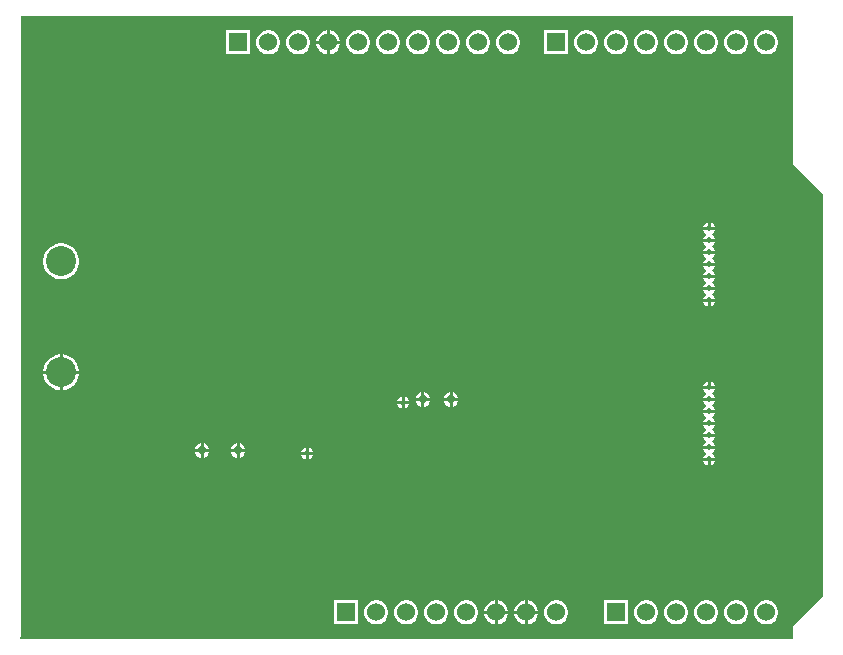
<source format=gbl>
G04*
G04 #@! TF.GenerationSoftware,Altium Limited,Altium Designer,26.1.1 (7)*
G04*
G04 Layer_Physical_Order=2*
G04 Layer_Color=16711680*
%FSLAX25Y25*%
%MOIN*%
G70*
G04*
G04 #@! TF.SameCoordinates,7FDA374B-3F72-4115-8A6B-894D552E39AA*
G04*
G04*
G04 #@! TF.FilePolarity,Positive*
G04*
G01*
G75*
%ADD25C,0.06000*%
%ADD26C,0.10000*%
%ADD27R,0.06000X0.06000*%
%ADD28C,0.02000*%
%ADD29C,0.02800*%
G36*
X258980Y160000D02*
X259058Y159610D01*
X259279Y159279D01*
X268981Y149578D01*
Y15422D01*
X259279Y5721D01*
X259058Y5390D01*
X258980Y5000D01*
Y1020D01*
X1553D01*
X1508Y1060D01*
X1303Y1519D01*
X1411Y1681D01*
X1488Y2071D01*
Y208980D01*
X258980D01*
Y160000D01*
D02*
G37*
%LPC*%
G36*
X104527Y204000D02*
X104500D01*
Y200500D01*
X108000D01*
Y200527D01*
X107727Y201544D01*
X107201Y202456D01*
X106456Y203201D01*
X105544Y203727D01*
X104527Y204000D01*
D02*
G37*
G36*
X103500D02*
X103473D01*
X102456Y203727D01*
X101544Y203201D01*
X100799Y202456D01*
X100273Y201544D01*
X100000Y200527D01*
Y200500D01*
X103500D01*
Y204000D01*
D02*
G37*
G36*
X250527D02*
X249473D01*
X248456Y203727D01*
X247544Y203201D01*
X246799Y202456D01*
X246273Y201544D01*
X246000Y200527D01*
Y199473D01*
X246273Y198456D01*
X246799Y197544D01*
X247544Y196799D01*
X248456Y196273D01*
X249473Y196000D01*
X250527D01*
X251544Y196273D01*
X252456Y196799D01*
X253201Y197544D01*
X253727Y198456D01*
X254000Y199473D01*
Y200527D01*
X253727Y201544D01*
X253201Y202456D01*
X252456Y203201D01*
X251544Y203727D01*
X250527Y204000D01*
D02*
G37*
G36*
X240527D02*
X239473D01*
X238456Y203727D01*
X237544Y203201D01*
X236799Y202456D01*
X236273Y201544D01*
X236000Y200527D01*
Y199473D01*
X236273Y198456D01*
X236799Y197544D01*
X237544Y196799D01*
X238456Y196273D01*
X239473Y196000D01*
X240527D01*
X241544Y196273D01*
X242456Y196799D01*
X243201Y197544D01*
X243727Y198456D01*
X244000Y199473D01*
Y200527D01*
X243727Y201544D01*
X243201Y202456D01*
X242456Y203201D01*
X241544Y203727D01*
X240527Y204000D01*
D02*
G37*
G36*
X230527D02*
X229473D01*
X228456Y203727D01*
X227544Y203201D01*
X226799Y202456D01*
X226273Y201544D01*
X226000Y200527D01*
Y199473D01*
X226273Y198456D01*
X226799Y197544D01*
X227544Y196799D01*
X228456Y196273D01*
X229473Y196000D01*
X230527D01*
X231544Y196273D01*
X232456Y196799D01*
X233201Y197544D01*
X233727Y198456D01*
X234000Y199473D01*
Y200527D01*
X233727Y201544D01*
X233201Y202456D01*
X232456Y203201D01*
X231544Y203727D01*
X230527Y204000D01*
D02*
G37*
G36*
X220527D02*
X219473D01*
X218456Y203727D01*
X217544Y203201D01*
X216799Y202456D01*
X216273Y201544D01*
X216000Y200527D01*
Y199473D01*
X216273Y198456D01*
X216799Y197544D01*
X217544Y196799D01*
X218456Y196273D01*
X219473Y196000D01*
X220527D01*
X221544Y196273D01*
X222456Y196799D01*
X223201Y197544D01*
X223727Y198456D01*
X224000Y199473D01*
Y200527D01*
X223727Y201544D01*
X223201Y202456D01*
X222456Y203201D01*
X221544Y203727D01*
X220527Y204000D01*
D02*
G37*
G36*
X210527D02*
X209473D01*
X208456Y203727D01*
X207544Y203201D01*
X206799Y202456D01*
X206273Y201544D01*
X206000Y200527D01*
Y199473D01*
X206273Y198456D01*
X206799Y197544D01*
X207544Y196799D01*
X208456Y196273D01*
X209473Y196000D01*
X210527D01*
X211544Y196273D01*
X212456Y196799D01*
X213201Y197544D01*
X213727Y198456D01*
X214000Y199473D01*
Y200527D01*
X213727Y201544D01*
X213201Y202456D01*
X212456Y203201D01*
X211544Y203727D01*
X210527Y204000D01*
D02*
G37*
G36*
X200527D02*
X199473D01*
X198456Y203727D01*
X197544Y203201D01*
X196799Y202456D01*
X196273Y201544D01*
X196000Y200527D01*
Y199473D01*
X196273Y198456D01*
X196799Y197544D01*
X197544Y196799D01*
X198456Y196273D01*
X199473Y196000D01*
X200527D01*
X201544Y196273D01*
X202456Y196799D01*
X203201Y197544D01*
X203727Y198456D01*
X204000Y199473D01*
Y200527D01*
X203727Y201544D01*
X203201Y202456D01*
X202456Y203201D01*
X201544Y203727D01*
X200527Y204000D01*
D02*
G37*
G36*
X190527D02*
X189473D01*
X188456Y203727D01*
X187544Y203201D01*
X186799Y202456D01*
X186273Y201544D01*
X186000Y200527D01*
Y199473D01*
X186273Y198456D01*
X186799Y197544D01*
X187544Y196799D01*
X188456Y196273D01*
X189473Y196000D01*
X190527D01*
X191544Y196273D01*
X192456Y196799D01*
X193201Y197544D01*
X193727Y198456D01*
X194000Y199473D01*
Y200527D01*
X193727Y201544D01*
X193201Y202456D01*
X192456Y203201D01*
X191544Y203727D01*
X190527Y204000D01*
D02*
G37*
G36*
X184000D02*
X176000D01*
Y196000D01*
X184000D01*
Y204000D01*
D02*
G37*
G36*
X164527D02*
X163473D01*
X162456Y203727D01*
X161544Y203201D01*
X160799Y202456D01*
X160273Y201544D01*
X160000Y200527D01*
Y199473D01*
X160273Y198456D01*
X160799Y197544D01*
X161544Y196799D01*
X162456Y196273D01*
X163473Y196000D01*
X164527D01*
X165544Y196273D01*
X166456Y196799D01*
X167201Y197544D01*
X167727Y198456D01*
X168000Y199473D01*
Y200527D01*
X167727Y201544D01*
X167201Y202456D01*
X166456Y203201D01*
X165544Y203727D01*
X164527Y204000D01*
D02*
G37*
G36*
X154527D02*
X153473D01*
X152456Y203727D01*
X151544Y203201D01*
X150799Y202456D01*
X150273Y201544D01*
X150000Y200527D01*
Y199473D01*
X150273Y198456D01*
X150799Y197544D01*
X151544Y196799D01*
X152456Y196273D01*
X153473Y196000D01*
X154527D01*
X155544Y196273D01*
X156456Y196799D01*
X157201Y197544D01*
X157727Y198456D01*
X158000Y199473D01*
Y200527D01*
X157727Y201544D01*
X157201Y202456D01*
X156456Y203201D01*
X155544Y203727D01*
X154527Y204000D01*
D02*
G37*
G36*
X144527D02*
X143473D01*
X142456Y203727D01*
X141544Y203201D01*
X140799Y202456D01*
X140273Y201544D01*
X140000Y200527D01*
Y199473D01*
X140273Y198456D01*
X140799Y197544D01*
X141544Y196799D01*
X142456Y196273D01*
X143473Y196000D01*
X144527D01*
X145544Y196273D01*
X146456Y196799D01*
X147201Y197544D01*
X147727Y198456D01*
X148000Y199473D01*
Y200527D01*
X147727Y201544D01*
X147201Y202456D01*
X146456Y203201D01*
X145544Y203727D01*
X144527Y204000D01*
D02*
G37*
G36*
X134527D02*
X133473D01*
X132456Y203727D01*
X131544Y203201D01*
X130799Y202456D01*
X130273Y201544D01*
X130000Y200527D01*
Y199473D01*
X130273Y198456D01*
X130799Y197544D01*
X131544Y196799D01*
X132456Y196273D01*
X133473Y196000D01*
X134527D01*
X135544Y196273D01*
X136456Y196799D01*
X137201Y197544D01*
X137727Y198456D01*
X138000Y199473D01*
Y200527D01*
X137727Y201544D01*
X137201Y202456D01*
X136456Y203201D01*
X135544Y203727D01*
X134527Y204000D01*
D02*
G37*
G36*
X124527D02*
X123473D01*
X122456Y203727D01*
X121544Y203201D01*
X120799Y202456D01*
X120273Y201544D01*
X120000Y200527D01*
Y199473D01*
X120273Y198456D01*
X120799Y197544D01*
X121544Y196799D01*
X122456Y196273D01*
X123473Y196000D01*
X124527D01*
X125544Y196273D01*
X126456Y196799D01*
X127201Y197544D01*
X127727Y198456D01*
X128000Y199473D01*
Y200527D01*
X127727Y201544D01*
X127201Y202456D01*
X126456Y203201D01*
X125544Y203727D01*
X124527Y204000D01*
D02*
G37*
G36*
X114527D02*
X113473D01*
X112456Y203727D01*
X111544Y203201D01*
X110799Y202456D01*
X110273Y201544D01*
X110000Y200527D01*
Y199473D01*
X110273Y198456D01*
X110799Y197544D01*
X111544Y196799D01*
X112456Y196273D01*
X113473Y196000D01*
X114527D01*
X115544Y196273D01*
X116456Y196799D01*
X117201Y197544D01*
X117727Y198456D01*
X118000Y199473D01*
Y200527D01*
X117727Y201544D01*
X117201Y202456D01*
X116456Y203201D01*
X115544Y203727D01*
X114527Y204000D01*
D02*
G37*
G36*
X108000Y199500D02*
X104500D01*
Y196000D01*
X104527D01*
X105544Y196273D01*
X106456Y196799D01*
X107201Y197544D01*
X107727Y198456D01*
X108000Y199473D01*
Y199500D01*
D02*
G37*
G36*
X103500D02*
X100000D01*
Y199473D01*
X100273Y198456D01*
X100799Y197544D01*
X101544Y196799D01*
X102456Y196273D01*
X103473Y196000D01*
X103500D01*
Y199500D01*
D02*
G37*
G36*
X94527Y204000D02*
X93473D01*
X92456Y203727D01*
X91544Y203201D01*
X90799Y202456D01*
X90273Y201544D01*
X90000Y200527D01*
Y199473D01*
X90273Y198456D01*
X90799Y197544D01*
X91544Y196799D01*
X92456Y196273D01*
X93473Y196000D01*
X94527D01*
X95544Y196273D01*
X96456Y196799D01*
X97201Y197544D01*
X97727Y198456D01*
X98000Y199473D01*
Y200527D01*
X97727Y201544D01*
X97201Y202456D01*
X96456Y203201D01*
X95544Y203727D01*
X94527Y204000D01*
D02*
G37*
G36*
X84527D02*
X83473D01*
X82456Y203727D01*
X81544Y203201D01*
X80799Y202456D01*
X80273Y201544D01*
X80000Y200527D01*
Y199473D01*
X80273Y198456D01*
X80799Y197544D01*
X81544Y196799D01*
X82456Y196273D01*
X83473Y196000D01*
X84527D01*
X85544Y196273D01*
X86456Y196799D01*
X87201Y197544D01*
X87727Y198456D01*
X88000Y199473D01*
Y200527D01*
X87727Y201544D01*
X87201Y202456D01*
X86456Y203201D01*
X85544Y203727D01*
X84527Y204000D01*
D02*
G37*
G36*
X78000D02*
X70000D01*
Y196000D01*
X78000D01*
Y204000D01*
D02*
G37*
G36*
X231500Y139958D02*
Y138500D01*
X232958D01*
X232696Y139133D01*
X232133Y139696D01*
X231500Y139958D01*
D02*
G37*
G36*
X230500D02*
X229867Y139696D01*
X229305Y139133D01*
X229042Y138500D01*
X230500D01*
Y139958D01*
D02*
G37*
G36*
X232958Y137500D02*
X229042D01*
X229305Y136867D01*
X229867Y136304D01*
X229999Y136250D01*
Y135750D01*
X229867Y135696D01*
X229305Y135133D01*
X229042Y134500D01*
X232958D01*
X232696Y135133D01*
X232133Y135696D01*
X232001Y135750D01*
Y136250D01*
X232133Y136304D01*
X232696Y136867D01*
X232958Y137500D01*
D02*
G37*
G36*
Y133500D02*
X229042D01*
X229305Y132867D01*
X229867Y132305D01*
X229999Y132250D01*
Y131750D01*
X229867Y131695D01*
X229305Y131133D01*
X229042Y130500D01*
X232958D01*
X232696Y131133D01*
X232133Y131695D01*
X232001Y131750D01*
Y132250D01*
X232133Y132305D01*
X232696Y132867D01*
X232958Y133500D01*
D02*
G37*
G36*
Y129500D02*
X229042D01*
X229305Y128867D01*
X229867Y128305D01*
X229999Y128250D01*
Y127750D01*
X229867Y127696D01*
X229305Y127133D01*
X229042Y126500D01*
X232958D01*
X232696Y127133D01*
X232133Y127696D01*
X232001Y127750D01*
Y128250D01*
X232133Y128305D01*
X232696Y128867D01*
X232958Y129500D01*
D02*
G37*
G36*
Y125500D02*
X229042D01*
X229305Y124867D01*
X229867Y124304D01*
X229999Y124250D01*
Y123750D01*
X229867Y123696D01*
X229305Y123133D01*
X229042Y122500D01*
X232958D01*
X232696Y123133D01*
X232133Y123696D01*
X232001Y123750D01*
Y124250D01*
X232133Y124304D01*
X232696Y124867D01*
X232958Y125500D01*
D02*
G37*
G36*
X15591Y133000D02*
X14409D01*
X13250Y132769D01*
X12158Y132317D01*
X11175Y131660D01*
X10340Y130825D01*
X9683Y129842D01*
X9231Y128750D01*
X9000Y127591D01*
Y126409D01*
X9231Y125250D01*
X9683Y124158D01*
X10340Y123175D01*
X11175Y122339D01*
X12158Y121683D01*
X13250Y121231D01*
X14409Y121000D01*
X15591D01*
X16750Y121231D01*
X17842Y121683D01*
X18825Y122339D01*
X19660Y123175D01*
X20317Y124158D01*
X20769Y125250D01*
X21000Y126409D01*
Y127591D01*
X20769Y128750D01*
X20317Y129842D01*
X19660Y130825D01*
X18825Y131660D01*
X17842Y132317D01*
X16750Y132769D01*
X15591Y133000D01*
D02*
G37*
G36*
X232958Y121500D02*
X229042D01*
X229305Y120867D01*
X229867Y120305D01*
X229999Y120250D01*
Y119750D01*
X229867Y119695D01*
X229305Y119133D01*
X229042Y118500D01*
X232958D01*
X232696Y119133D01*
X232133Y119695D01*
X232001Y119750D01*
Y120250D01*
X232133Y120305D01*
X232696Y120867D01*
X232958Y121500D01*
D02*
G37*
G36*
Y117500D02*
X229042D01*
X229305Y116867D01*
X229867Y116305D01*
X229999Y116250D01*
Y115750D01*
X229867Y115696D01*
X229305Y115133D01*
X229042Y114500D01*
X232958D01*
X232696Y115133D01*
X232133Y115696D01*
X232001Y115750D01*
Y116250D01*
X232133Y116305D01*
X232696Y116867D01*
X232958Y117500D01*
D02*
G37*
G36*
Y113500D02*
X231500D01*
Y112042D01*
X232133Y112304D01*
X232696Y112867D01*
X232958Y113500D01*
D02*
G37*
G36*
X230500D02*
X229042D01*
X229305Y112867D01*
X229867Y112304D01*
X230500Y112042D01*
Y113500D01*
D02*
G37*
G36*
X15591Y96000D02*
X15500D01*
Y90500D01*
X21000D01*
Y90591D01*
X20769Y91750D01*
X20317Y92842D01*
X19660Y93825D01*
X18825Y94661D01*
X17842Y95317D01*
X16750Y95769D01*
X15591Y96000D01*
D02*
G37*
G36*
X14500D02*
X14409D01*
X13250Y95769D01*
X12158Y95317D01*
X11175Y94661D01*
X10340Y93825D01*
X9683Y92842D01*
X9231Y91750D01*
X9000Y90591D01*
Y90500D01*
X14500D01*
Y96000D01*
D02*
G37*
G36*
X231500Y86958D02*
Y85500D01*
X232958D01*
X232696Y86133D01*
X232133Y86695D01*
X231500Y86958D01*
D02*
G37*
G36*
X230500D02*
X229867Y86695D01*
X229305Y86133D01*
X229042Y85500D01*
X230500D01*
Y86958D01*
D02*
G37*
G36*
X21000Y89500D02*
X15500D01*
Y84000D01*
X15591D01*
X16750Y84231D01*
X17842Y84683D01*
X18825Y85339D01*
X19660Y86175D01*
X20317Y87158D01*
X20769Y88250D01*
X21000Y89409D01*
Y89500D01*
D02*
G37*
G36*
X14500D02*
X9000D01*
Y89409D01*
X9231Y88250D01*
X9683Y87158D01*
X10340Y86175D01*
X11175Y85339D01*
X12158Y84683D01*
X13250Y84231D01*
X14409Y84000D01*
X14500D01*
Y89500D01*
D02*
G37*
G36*
X232958Y84500D02*
X229042D01*
X229305Y83867D01*
X229867Y83305D01*
X229999Y83250D01*
Y82750D01*
X229867Y82696D01*
X229305Y82133D01*
X229042Y81500D01*
X232958D01*
X232696Y82133D01*
X232133Y82696D01*
X232001Y82750D01*
Y83250D01*
X232133Y83305D01*
X232696Y83867D01*
X232958Y84500D01*
D02*
G37*
G36*
X145500Y83391D02*
Y81500D01*
X147391D01*
X147035Y82359D01*
X146360Y83035D01*
X145500Y83391D01*
D02*
G37*
G36*
X144500D02*
X143640Y83035D01*
X142965Y82359D01*
X142609Y81500D01*
X144500D01*
Y83391D01*
D02*
G37*
G36*
X136000D02*
Y81500D01*
X137891D01*
X137535Y82359D01*
X136860Y83035D01*
X136000Y83391D01*
D02*
G37*
G36*
X135000D02*
X134141Y83035D01*
X133465Y82359D01*
X133109Y81500D01*
X135000D01*
Y83391D01*
D02*
G37*
G36*
X129500Y81915D02*
Y80458D01*
X130958D01*
X130695Y81091D01*
X130133Y81653D01*
X129500Y81915D01*
D02*
G37*
G36*
X128500D02*
X127867Y81653D01*
X127304Y81091D01*
X127042Y80458D01*
X128500D01*
Y81915D01*
D02*
G37*
G36*
X147391Y80500D02*
X145500D01*
Y78609D01*
X146360Y78965D01*
X147035Y79641D01*
X147391Y80500D01*
D02*
G37*
G36*
X144500D02*
X142609D01*
X142965Y79641D01*
X143640Y78965D01*
X144500Y78609D01*
Y80500D01*
D02*
G37*
G36*
X137891D02*
X136000D01*
Y78609D01*
X136860Y78965D01*
X137535Y79641D01*
X137891Y80500D01*
D02*
G37*
G36*
X135000D02*
X133109D01*
X133465Y79641D01*
X134141Y78965D01*
X135000Y78609D01*
Y80500D01*
D02*
G37*
G36*
X130958Y79458D02*
X129500D01*
Y78000D01*
X130133Y78262D01*
X130695Y78825D01*
X130958Y79458D01*
D02*
G37*
G36*
X128500D02*
X127042D01*
X127304Y78825D01*
X127867Y78262D01*
X128500Y78000D01*
Y79458D01*
D02*
G37*
G36*
X232958Y80500D02*
X229042D01*
X229305Y79867D01*
X229867Y79304D01*
X229999Y79250D01*
Y78750D01*
X229867Y78695D01*
X229305Y78133D01*
X229042Y77500D01*
X232958D01*
X232696Y78133D01*
X232133Y78695D01*
X232001Y78750D01*
Y79250D01*
X232133Y79304D01*
X232696Y79867D01*
X232958Y80500D01*
D02*
G37*
G36*
Y76500D02*
X229042D01*
X229305Y75867D01*
X229867Y75305D01*
X229999Y75250D01*
Y74750D01*
X229867Y74695D01*
X229305Y74133D01*
X229042Y73500D01*
X232958D01*
X232696Y74133D01*
X232133Y74695D01*
X232001Y74750D01*
Y75250D01*
X232133Y75305D01*
X232696Y75867D01*
X232958Y76500D01*
D02*
G37*
G36*
Y72500D02*
X229042D01*
X229305Y71867D01*
X229867Y71305D01*
X229999Y71250D01*
Y70750D01*
X229867Y70696D01*
X229305Y70133D01*
X229042Y69500D01*
X232958D01*
X232696Y70133D01*
X232133Y70696D01*
X232001Y70750D01*
Y71250D01*
X232133Y71305D01*
X232696Y71867D01*
X232958Y72500D01*
D02*
G37*
G36*
Y68500D02*
X229042D01*
X229305Y67867D01*
X229867Y67304D01*
X229999Y67250D01*
Y66750D01*
X229867Y66695D01*
X229305Y66133D01*
X229042Y65500D01*
X232958D01*
X232696Y66133D01*
X232133Y66695D01*
X232001Y66750D01*
Y67250D01*
X232133Y67304D01*
X232696Y67867D01*
X232958Y68500D01*
D02*
G37*
G36*
X74500Y66391D02*
Y64500D01*
X76391D01*
X76035Y65359D01*
X75359Y66035D01*
X74500Y66391D01*
D02*
G37*
G36*
X73500D02*
X72641Y66035D01*
X71965Y65359D01*
X71609Y64500D01*
X73500D01*
Y66391D01*
D02*
G37*
G36*
X62500D02*
Y64500D01*
X64391D01*
X64035Y65359D01*
X63359Y66035D01*
X62500Y66391D01*
D02*
G37*
G36*
X61500D02*
X60641Y66035D01*
X59965Y65359D01*
X59609Y64500D01*
X61500D01*
Y66391D01*
D02*
G37*
G36*
X97500Y64958D02*
Y63500D01*
X98958D01*
X98695Y64133D01*
X98133Y64696D01*
X97500Y64958D01*
D02*
G37*
G36*
X96500D02*
X95867Y64696D01*
X95305Y64133D01*
X95042Y63500D01*
X96500D01*
Y64958D01*
D02*
G37*
G36*
X76391Y63500D02*
X74500D01*
Y61609D01*
X75359Y61965D01*
X76035Y62641D01*
X76391Y63500D01*
D02*
G37*
G36*
X73500D02*
X71609D01*
X71965Y62641D01*
X72641Y61965D01*
X73500Y61609D01*
Y63500D01*
D02*
G37*
G36*
X64391D02*
X62500D01*
Y61609D01*
X63359Y61965D01*
X64035Y62641D01*
X64391Y63500D01*
D02*
G37*
G36*
X61500D02*
X59609D01*
X59965Y62641D01*
X60641Y61965D01*
X61500Y61609D01*
Y63500D01*
D02*
G37*
G36*
X232958Y64500D02*
X229042D01*
X229305Y63867D01*
X229867Y63305D01*
X229999Y63250D01*
Y62750D01*
X229867Y62695D01*
X229305Y62133D01*
X229042Y61500D01*
X232958D01*
X232696Y62133D01*
X232133Y62695D01*
X232001Y62750D01*
Y63250D01*
X232133Y63305D01*
X232696Y63867D01*
X232958Y64500D01*
D02*
G37*
G36*
X98958Y62500D02*
X97500D01*
Y61042D01*
X98133Y61304D01*
X98695Y61867D01*
X98958Y62500D01*
D02*
G37*
G36*
X96500D02*
X95042D01*
X95305Y61867D01*
X95867Y61304D01*
X96500Y61042D01*
Y62500D01*
D02*
G37*
G36*
X232958Y60500D02*
X231500D01*
Y59042D01*
X232133Y59304D01*
X232696Y59867D01*
X232958Y60500D01*
D02*
G37*
G36*
X230500D02*
X229042D01*
X229305Y59867D01*
X229867Y59304D01*
X230500Y59042D01*
Y60500D01*
D02*
G37*
G36*
X170527Y14000D02*
X170500D01*
Y10500D01*
X174000D01*
Y10527D01*
X173727Y11544D01*
X173201Y12456D01*
X172456Y13201D01*
X171544Y13727D01*
X170527Y14000D01*
D02*
G37*
G36*
X169500D02*
X169473D01*
X168456Y13727D01*
X167544Y13201D01*
X166799Y12456D01*
X166273Y11544D01*
X166000Y10527D01*
Y10500D01*
X169500D01*
Y14000D01*
D02*
G37*
G36*
X160527D02*
X160500D01*
Y10500D01*
X164000D01*
Y10527D01*
X163727Y11544D01*
X163201Y12456D01*
X162456Y13201D01*
X161544Y13727D01*
X160527Y14000D01*
D02*
G37*
G36*
X159500D02*
X159473D01*
X158456Y13727D01*
X157544Y13201D01*
X156799Y12456D01*
X156273Y11544D01*
X156000Y10527D01*
Y10500D01*
X159500D01*
Y14000D01*
D02*
G37*
G36*
X250527D02*
X249473D01*
X248456Y13727D01*
X247544Y13201D01*
X246799Y12456D01*
X246273Y11544D01*
X246000Y10527D01*
Y9473D01*
X246273Y8456D01*
X246799Y7544D01*
X247544Y6799D01*
X248456Y6273D01*
X249473Y6000D01*
X250527D01*
X251544Y6273D01*
X252456Y6799D01*
X253201Y7544D01*
X253727Y8456D01*
X254000Y9473D01*
Y10527D01*
X253727Y11544D01*
X253201Y12456D01*
X252456Y13201D01*
X251544Y13727D01*
X250527Y14000D01*
D02*
G37*
G36*
X240527D02*
X239473D01*
X238456Y13727D01*
X237544Y13201D01*
X236799Y12456D01*
X236273Y11544D01*
X236000Y10527D01*
Y9473D01*
X236273Y8456D01*
X236799Y7544D01*
X237544Y6799D01*
X238456Y6273D01*
X239473Y6000D01*
X240527D01*
X241544Y6273D01*
X242456Y6799D01*
X243201Y7544D01*
X243727Y8456D01*
X244000Y9473D01*
Y10527D01*
X243727Y11544D01*
X243201Y12456D01*
X242456Y13201D01*
X241544Y13727D01*
X240527Y14000D01*
D02*
G37*
G36*
X230527D02*
X229473D01*
X228456Y13727D01*
X227544Y13201D01*
X226799Y12456D01*
X226273Y11544D01*
X226000Y10527D01*
Y9473D01*
X226273Y8456D01*
X226799Y7544D01*
X227544Y6799D01*
X228456Y6273D01*
X229473Y6000D01*
X230527D01*
X231544Y6273D01*
X232456Y6799D01*
X233201Y7544D01*
X233727Y8456D01*
X234000Y9473D01*
Y10527D01*
X233727Y11544D01*
X233201Y12456D01*
X232456Y13201D01*
X231544Y13727D01*
X230527Y14000D01*
D02*
G37*
G36*
X220527D02*
X219473D01*
X218456Y13727D01*
X217544Y13201D01*
X216799Y12456D01*
X216273Y11544D01*
X216000Y10527D01*
Y9473D01*
X216273Y8456D01*
X216799Y7544D01*
X217544Y6799D01*
X218456Y6273D01*
X219473Y6000D01*
X220527D01*
X221544Y6273D01*
X222456Y6799D01*
X223201Y7544D01*
X223727Y8456D01*
X224000Y9473D01*
Y10527D01*
X223727Y11544D01*
X223201Y12456D01*
X222456Y13201D01*
X221544Y13727D01*
X220527Y14000D01*
D02*
G37*
G36*
X210527D02*
X209473D01*
X208456Y13727D01*
X207544Y13201D01*
X206799Y12456D01*
X206273Y11544D01*
X206000Y10527D01*
Y9473D01*
X206273Y8456D01*
X206799Y7544D01*
X207544Y6799D01*
X208456Y6273D01*
X209473Y6000D01*
X210527D01*
X211544Y6273D01*
X212456Y6799D01*
X213201Y7544D01*
X213727Y8456D01*
X214000Y9473D01*
Y10527D01*
X213727Y11544D01*
X213201Y12456D01*
X212456Y13201D01*
X211544Y13727D01*
X210527Y14000D01*
D02*
G37*
G36*
X204000D02*
X196000D01*
Y6000D01*
X204000D01*
Y14000D01*
D02*
G37*
G36*
X180527D02*
X179473D01*
X178456Y13727D01*
X177544Y13201D01*
X176799Y12456D01*
X176273Y11544D01*
X176000Y10527D01*
Y9473D01*
X176273Y8456D01*
X176799Y7544D01*
X177544Y6799D01*
X178456Y6273D01*
X179473Y6000D01*
X180527D01*
X181544Y6273D01*
X182456Y6799D01*
X183201Y7544D01*
X183727Y8456D01*
X184000Y9473D01*
Y10527D01*
X183727Y11544D01*
X183201Y12456D01*
X182456Y13201D01*
X181544Y13727D01*
X180527Y14000D01*
D02*
G37*
G36*
X174000Y9500D02*
X170500D01*
Y6000D01*
X170527D01*
X171544Y6273D01*
X172456Y6799D01*
X173201Y7544D01*
X173727Y8456D01*
X174000Y9473D01*
Y9500D01*
D02*
G37*
G36*
X169500D02*
X166000D01*
Y9473D01*
X166273Y8456D01*
X166799Y7544D01*
X167544Y6799D01*
X168456Y6273D01*
X169473Y6000D01*
X169500D01*
Y9500D01*
D02*
G37*
G36*
X164000D02*
X160500D01*
Y6000D01*
X160527D01*
X161544Y6273D01*
X162456Y6799D01*
X163201Y7544D01*
X163727Y8456D01*
X164000Y9473D01*
Y9500D01*
D02*
G37*
G36*
X159500D02*
X156000D01*
Y9473D01*
X156273Y8456D01*
X156799Y7544D01*
X157544Y6799D01*
X158456Y6273D01*
X159473Y6000D01*
X159500D01*
Y9500D01*
D02*
G37*
G36*
X150527Y14000D02*
X149473D01*
X148456Y13727D01*
X147544Y13201D01*
X146799Y12456D01*
X146273Y11544D01*
X146000Y10527D01*
Y9473D01*
X146273Y8456D01*
X146799Y7544D01*
X147544Y6799D01*
X148456Y6273D01*
X149473Y6000D01*
X150527D01*
X151544Y6273D01*
X152456Y6799D01*
X153201Y7544D01*
X153727Y8456D01*
X154000Y9473D01*
Y10527D01*
X153727Y11544D01*
X153201Y12456D01*
X152456Y13201D01*
X151544Y13727D01*
X150527Y14000D01*
D02*
G37*
G36*
X140527D02*
X139473D01*
X138456Y13727D01*
X137544Y13201D01*
X136799Y12456D01*
X136273Y11544D01*
X136000Y10527D01*
Y9473D01*
X136273Y8456D01*
X136799Y7544D01*
X137544Y6799D01*
X138456Y6273D01*
X139473Y6000D01*
X140527D01*
X141544Y6273D01*
X142456Y6799D01*
X143201Y7544D01*
X143727Y8456D01*
X144000Y9473D01*
Y10527D01*
X143727Y11544D01*
X143201Y12456D01*
X142456Y13201D01*
X141544Y13727D01*
X140527Y14000D01*
D02*
G37*
G36*
X130527D02*
X129473D01*
X128456Y13727D01*
X127544Y13201D01*
X126799Y12456D01*
X126273Y11544D01*
X126000Y10527D01*
Y9473D01*
X126273Y8456D01*
X126799Y7544D01*
X127544Y6799D01*
X128456Y6273D01*
X129473Y6000D01*
X130527D01*
X131544Y6273D01*
X132456Y6799D01*
X133201Y7544D01*
X133727Y8456D01*
X134000Y9473D01*
Y10527D01*
X133727Y11544D01*
X133201Y12456D01*
X132456Y13201D01*
X131544Y13727D01*
X130527Y14000D01*
D02*
G37*
G36*
X120527D02*
X119473D01*
X118456Y13727D01*
X117544Y13201D01*
X116799Y12456D01*
X116273Y11544D01*
X116000Y10527D01*
Y9473D01*
X116273Y8456D01*
X116799Y7544D01*
X117544Y6799D01*
X118456Y6273D01*
X119473Y6000D01*
X120527D01*
X121544Y6273D01*
X122456Y6799D01*
X123201Y7544D01*
X123727Y8456D01*
X124000Y9473D01*
Y10527D01*
X123727Y11544D01*
X123201Y12456D01*
X122456Y13201D01*
X121544Y13727D01*
X120527Y14000D01*
D02*
G37*
G36*
X114000D02*
X106000D01*
Y6000D01*
X114000D01*
Y14000D01*
D02*
G37*
%LPD*%
D25*
X160000Y10000D02*
D03*
X170000D02*
D03*
X104000Y200000D02*
D03*
X180000Y10000D02*
D03*
X150000D02*
D03*
X190000Y200000D02*
D03*
X200000D02*
D03*
X210000D02*
D03*
X220000D02*
D03*
X230000D02*
D03*
X240000D02*
D03*
X250000D02*
D03*
X84000D02*
D03*
X94000D02*
D03*
X114000D02*
D03*
X124000D02*
D03*
X134000D02*
D03*
X144000D02*
D03*
X154000D02*
D03*
X164000D02*
D03*
X120000Y10000D02*
D03*
X130000D02*
D03*
X140000D02*
D03*
X210000D02*
D03*
X220000D02*
D03*
X230000D02*
D03*
X240000D02*
D03*
X250000D02*
D03*
D26*
X15000Y90000D02*
D03*
Y127000D02*
D03*
D27*
X180000Y200000D02*
D03*
X74000D02*
D03*
X110000Y10000D02*
D03*
X200000D02*
D03*
D28*
X231000Y122000D02*
D03*
Y118000D02*
D03*
Y130000D02*
D03*
Y126000D02*
D03*
Y85000D02*
D03*
Y81000D02*
D03*
Y114000D02*
D03*
Y138000D02*
D03*
Y134000D02*
D03*
Y77000D02*
D03*
Y73000D02*
D03*
Y65000D02*
D03*
Y61000D02*
D03*
Y69000D02*
D03*
X129000Y79958D02*
D03*
X97000Y63000D02*
D03*
D29*
X145000Y81000D02*
D03*
X135500D02*
D03*
X74000Y64000D02*
D03*
X62000D02*
D03*
M02*

</source>
